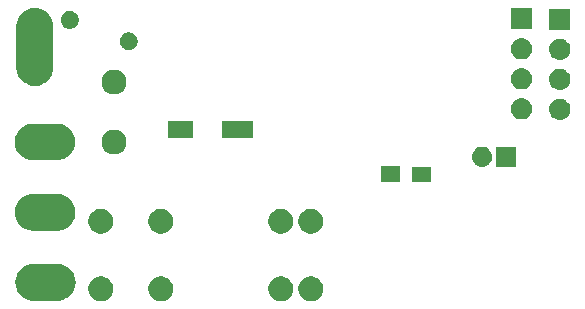
<source format=gbr>
G04 #@! TF.GenerationSoftware,KiCad,Pcbnew,(5.0.2)-1*
G04 #@! TF.CreationDate,2019-05-25T20:09:21+08:00*
G04 #@! TF.ProjectId,2RELAY,3252454c-4159-42e6-9b69-6361645f7063,rev?*
G04 #@! TF.SameCoordinates,Original*
G04 #@! TF.FileFunction,Soldermask,Bot*
G04 #@! TF.FilePolarity,Negative*
%FSLAX46Y46*%
G04 Gerber Fmt 4.6, Leading zero omitted, Abs format (unit mm)*
G04 Created by KiCad (PCBNEW (5.0.2)-1) date 2019-05-25 20:09:21*
%MOMM*%
%LPD*%
G01*
G04 APERTURE LIST*
%ADD10C,0.100000*%
G04 APERTURE END LIST*
D10*
G36*
X143590505Y-122915989D02*
X143781774Y-122995215D01*
X143953916Y-123110237D01*
X144100303Y-123256624D01*
X144215325Y-123428766D01*
X144294551Y-123620035D01*
X144334940Y-123823084D01*
X144334940Y-124030116D01*
X144294551Y-124233165D01*
X144215325Y-124424434D01*
X144100303Y-124596576D01*
X143953916Y-124742963D01*
X143781774Y-124857985D01*
X143590505Y-124937211D01*
X143387456Y-124977600D01*
X143180424Y-124977600D01*
X142977375Y-124937211D01*
X142786106Y-124857985D01*
X142613964Y-124742963D01*
X142467577Y-124596576D01*
X142352555Y-124424434D01*
X142273329Y-124233165D01*
X142232940Y-124030116D01*
X142232940Y-123823084D01*
X142273329Y-123620035D01*
X142352555Y-123428766D01*
X142467577Y-123256624D01*
X142613964Y-123110237D01*
X142786106Y-122995215D01*
X142977375Y-122915989D01*
X143180424Y-122875600D01*
X143387456Y-122875600D01*
X143590505Y-122915989D01*
X143590505Y-122915989D01*
G37*
G36*
X138510505Y-122915989D02*
X138701774Y-122995215D01*
X138873916Y-123110237D01*
X139020303Y-123256624D01*
X139135325Y-123428766D01*
X139214551Y-123620035D01*
X139254940Y-123823084D01*
X139254940Y-124030116D01*
X139214551Y-124233165D01*
X139135325Y-124424434D01*
X139020303Y-124596576D01*
X138873916Y-124742963D01*
X138701774Y-124857985D01*
X138510505Y-124937211D01*
X138307456Y-124977600D01*
X138100424Y-124977600D01*
X137897375Y-124937211D01*
X137706106Y-124857985D01*
X137533964Y-124742963D01*
X137387577Y-124596576D01*
X137272555Y-124424434D01*
X137193329Y-124233165D01*
X137152940Y-124030116D01*
X137152940Y-123823084D01*
X137193329Y-123620035D01*
X137272555Y-123428766D01*
X137387577Y-123256624D01*
X137533964Y-123110237D01*
X137706106Y-122995215D01*
X137897375Y-122915989D01*
X138100424Y-122875600D01*
X138307456Y-122875600D01*
X138510505Y-122915989D01*
X138510505Y-122915989D01*
G37*
G36*
X156290505Y-122915989D02*
X156481774Y-122995215D01*
X156653916Y-123110237D01*
X156800303Y-123256624D01*
X156915325Y-123428766D01*
X156994551Y-123620035D01*
X157034940Y-123823084D01*
X157034940Y-124030116D01*
X156994551Y-124233165D01*
X156915325Y-124424434D01*
X156800303Y-124596576D01*
X156653916Y-124742963D01*
X156481774Y-124857985D01*
X156290505Y-124937211D01*
X156087456Y-124977600D01*
X155880424Y-124977600D01*
X155677375Y-124937211D01*
X155486106Y-124857985D01*
X155313964Y-124742963D01*
X155167577Y-124596576D01*
X155052555Y-124424434D01*
X154973329Y-124233165D01*
X154932940Y-124030116D01*
X154932940Y-123823084D01*
X154973329Y-123620035D01*
X155052555Y-123428766D01*
X155167577Y-123256624D01*
X155313964Y-123110237D01*
X155486106Y-122995215D01*
X155677375Y-122915989D01*
X155880424Y-122875600D01*
X156087456Y-122875600D01*
X156290505Y-122915989D01*
X156290505Y-122915989D01*
G37*
G36*
X153750505Y-122915989D02*
X153941774Y-122995215D01*
X154113916Y-123110237D01*
X154260303Y-123256624D01*
X154375325Y-123428766D01*
X154454551Y-123620035D01*
X154494940Y-123823084D01*
X154494940Y-124030116D01*
X154454551Y-124233165D01*
X154375325Y-124424434D01*
X154260303Y-124596576D01*
X154113916Y-124742963D01*
X153941774Y-124857985D01*
X153750505Y-124937211D01*
X153547456Y-124977600D01*
X153340424Y-124977600D01*
X153137375Y-124937211D01*
X152946106Y-124857985D01*
X152773964Y-124742963D01*
X152627577Y-124596576D01*
X152512555Y-124424434D01*
X152433329Y-124233165D01*
X152392940Y-124030116D01*
X152392940Y-123823084D01*
X152433329Y-123620035D01*
X152512555Y-123428766D01*
X152627577Y-123256624D01*
X152773964Y-123110237D01*
X152946106Y-122995215D01*
X153137375Y-122915989D01*
X153340424Y-122875600D01*
X153547456Y-122875600D01*
X153750505Y-122915989D01*
X153750505Y-122915989D01*
G37*
G36*
X134672323Y-121854761D02*
X134824229Y-121869722D01*
X135019139Y-121928847D01*
X135116595Y-121958410D01*
X135214870Y-122010940D01*
X135386038Y-122102431D01*
X135622209Y-122296251D01*
X135816029Y-122532422D01*
X135907520Y-122703590D01*
X135960050Y-122801865D01*
X135960050Y-122801866D01*
X136048738Y-123094231D01*
X136078684Y-123398280D01*
X136048738Y-123702329D01*
X136012107Y-123823084D01*
X135960050Y-123994695D01*
X135941118Y-124030114D01*
X135816029Y-124264138D01*
X135622209Y-124500309D01*
X135386038Y-124694129D01*
X135294672Y-124742965D01*
X135116595Y-124838150D01*
X135051210Y-124857984D01*
X134824229Y-124926838D01*
X134718909Y-124937211D01*
X134596371Y-124949280D01*
X132443989Y-124949280D01*
X132321451Y-124937211D01*
X132216131Y-124926838D01*
X131989150Y-124857984D01*
X131923765Y-124838150D01*
X131745688Y-124742965D01*
X131654322Y-124694129D01*
X131418151Y-124500309D01*
X131224331Y-124264138D01*
X131099242Y-124030114D01*
X131080310Y-123994695D01*
X131028253Y-123823084D01*
X130991622Y-123702329D01*
X130961676Y-123398280D01*
X130991622Y-123094231D01*
X131080310Y-122801866D01*
X131080310Y-122801865D01*
X131132840Y-122703590D01*
X131224331Y-122532422D01*
X131418151Y-122296251D01*
X131654322Y-122102431D01*
X131825490Y-122010940D01*
X131923765Y-121958410D01*
X132021221Y-121928847D01*
X132216131Y-121869722D01*
X132368037Y-121854761D01*
X132443989Y-121847280D01*
X134596371Y-121847280D01*
X134672323Y-121854761D01*
X134672323Y-121854761D01*
G37*
G36*
X153746845Y-117210029D02*
X153938114Y-117289255D01*
X154110256Y-117404277D01*
X154256643Y-117550664D01*
X154371665Y-117722806D01*
X154450891Y-117914075D01*
X154491280Y-118117124D01*
X154491280Y-118324156D01*
X154450891Y-118527205D01*
X154371665Y-118718474D01*
X154256643Y-118890616D01*
X154110256Y-119037003D01*
X153938114Y-119152025D01*
X153746845Y-119231251D01*
X153543796Y-119271640D01*
X153336764Y-119271640D01*
X153133715Y-119231251D01*
X152942446Y-119152025D01*
X152770304Y-119037003D01*
X152623917Y-118890616D01*
X152508895Y-118718474D01*
X152429669Y-118527205D01*
X152389280Y-118324156D01*
X152389280Y-118117124D01*
X152429669Y-117914075D01*
X152508895Y-117722806D01*
X152623917Y-117550664D01*
X152770304Y-117404277D01*
X152942446Y-117289255D01*
X153133715Y-117210029D01*
X153336764Y-117169640D01*
X153543796Y-117169640D01*
X153746845Y-117210029D01*
X153746845Y-117210029D01*
G37*
G36*
X156286845Y-117210029D02*
X156478114Y-117289255D01*
X156650256Y-117404277D01*
X156796643Y-117550664D01*
X156911665Y-117722806D01*
X156990891Y-117914075D01*
X157031280Y-118117124D01*
X157031280Y-118324156D01*
X156990891Y-118527205D01*
X156911665Y-118718474D01*
X156796643Y-118890616D01*
X156650256Y-119037003D01*
X156478114Y-119152025D01*
X156286845Y-119231251D01*
X156083796Y-119271640D01*
X155876764Y-119271640D01*
X155673715Y-119231251D01*
X155482446Y-119152025D01*
X155310304Y-119037003D01*
X155163917Y-118890616D01*
X155048895Y-118718474D01*
X154969669Y-118527205D01*
X154929280Y-118324156D01*
X154929280Y-118117124D01*
X154969669Y-117914075D01*
X155048895Y-117722806D01*
X155163917Y-117550664D01*
X155310304Y-117404277D01*
X155482446Y-117289255D01*
X155673715Y-117210029D01*
X155876764Y-117169640D01*
X156083796Y-117169640D01*
X156286845Y-117210029D01*
X156286845Y-117210029D01*
G37*
G36*
X143586845Y-117210029D02*
X143778114Y-117289255D01*
X143950256Y-117404277D01*
X144096643Y-117550664D01*
X144211665Y-117722806D01*
X144290891Y-117914075D01*
X144331280Y-118117124D01*
X144331280Y-118324156D01*
X144290891Y-118527205D01*
X144211665Y-118718474D01*
X144096643Y-118890616D01*
X143950256Y-119037003D01*
X143778114Y-119152025D01*
X143586845Y-119231251D01*
X143383796Y-119271640D01*
X143176764Y-119271640D01*
X142973715Y-119231251D01*
X142782446Y-119152025D01*
X142610304Y-119037003D01*
X142463917Y-118890616D01*
X142348895Y-118718474D01*
X142269669Y-118527205D01*
X142229280Y-118324156D01*
X142229280Y-118117124D01*
X142269669Y-117914075D01*
X142348895Y-117722806D01*
X142463917Y-117550664D01*
X142610304Y-117404277D01*
X142782446Y-117289255D01*
X142973715Y-117210029D01*
X143176764Y-117169640D01*
X143383796Y-117169640D01*
X143586845Y-117210029D01*
X143586845Y-117210029D01*
G37*
G36*
X138506845Y-117210029D02*
X138698114Y-117289255D01*
X138870256Y-117404277D01*
X139016643Y-117550664D01*
X139131665Y-117722806D01*
X139210891Y-117914075D01*
X139251280Y-118117124D01*
X139251280Y-118324156D01*
X139210891Y-118527205D01*
X139131665Y-118718474D01*
X139016643Y-118890616D01*
X138870256Y-119037003D01*
X138698114Y-119152025D01*
X138506845Y-119231251D01*
X138303796Y-119271640D01*
X138096764Y-119271640D01*
X137893715Y-119231251D01*
X137702446Y-119152025D01*
X137530304Y-119037003D01*
X137383917Y-118890616D01*
X137268895Y-118718474D01*
X137189669Y-118527205D01*
X137149280Y-118324156D01*
X137149280Y-118117124D01*
X137189669Y-117914075D01*
X137268895Y-117722806D01*
X137383917Y-117550664D01*
X137530304Y-117404277D01*
X137702446Y-117289255D01*
X137893715Y-117210029D01*
X138096764Y-117169640D01*
X138303796Y-117169640D01*
X138506845Y-117210029D01*
X138506845Y-117210029D01*
G37*
G36*
X134659623Y-115931481D02*
X134811529Y-115946442D01*
X135006439Y-116005567D01*
X135103895Y-116035130D01*
X135202170Y-116087660D01*
X135373338Y-116179151D01*
X135609509Y-116372971D01*
X135803329Y-116609142D01*
X135894820Y-116780310D01*
X135947350Y-116878585D01*
X135947350Y-116878586D01*
X136036038Y-117170951D01*
X136065984Y-117475000D01*
X136036038Y-117779049D01*
X135995078Y-117914075D01*
X135947350Y-118071415D01*
X135894820Y-118169690D01*
X135803329Y-118340858D01*
X135609509Y-118577029D01*
X135373338Y-118770849D01*
X135202170Y-118862340D01*
X135103895Y-118914870D01*
X135006439Y-118944433D01*
X134811529Y-119003558D01*
X134659623Y-119018519D01*
X134583671Y-119026000D01*
X132431289Y-119026000D01*
X132355337Y-119018519D01*
X132203431Y-119003558D01*
X132008521Y-118944433D01*
X131911065Y-118914870D01*
X131812790Y-118862340D01*
X131641622Y-118770849D01*
X131405451Y-118577029D01*
X131211631Y-118340858D01*
X131120140Y-118169690D01*
X131067610Y-118071415D01*
X131019882Y-117914075D01*
X130978922Y-117779049D01*
X130948976Y-117475000D01*
X130978922Y-117170951D01*
X131067610Y-116878586D01*
X131067610Y-116878585D01*
X131120140Y-116780310D01*
X131211631Y-116609142D01*
X131405451Y-116372971D01*
X131641622Y-116179151D01*
X131812790Y-116087660D01*
X131911065Y-116035130D01*
X132008521Y-116005567D01*
X132203431Y-115946442D01*
X132355337Y-115931481D01*
X132431289Y-115924000D01*
X134583671Y-115924000D01*
X134659623Y-115931481D01*
X134659623Y-115931481D01*
G37*
G36*
X166132420Y-114898740D02*
X164530420Y-114898740D01*
X164530420Y-113596740D01*
X166132420Y-113596740D01*
X166132420Y-114898740D01*
X166132420Y-114898740D01*
G37*
G36*
X163506060Y-114875880D02*
X161904060Y-114875880D01*
X161904060Y-113573880D01*
X163506060Y-113573880D01*
X163506060Y-114875880D01*
X163506060Y-114875880D01*
G37*
G36*
X170660761Y-111919533D02*
X170660764Y-111919534D01*
X170660765Y-111919534D01*
X170821179Y-111968195D01*
X170821181Y-111968196D01*
X170821184Y-111968197D01*
X170969018Y-112047215D01*
X171098599Y-112153561D01*
X171204945Y-112283142D01*
X171283963Y-112430976D01*
X171283964Y-112430979D01*
X171283965Y-112430981D01*
X171312252Y-112524231D01*
X171332627Y-112591399D01*
X171349057Y-112758220D01*
X171332627Y-112925041D01*
X171332626Y-112925044D01*
X171332626Y-112925045D01*
X171301226Y-113028558D01*
X171283963Y-113085464D01*
X171204945Y-113233298D01*
X171098599Y-113362879D01*
X170969018Y-113469225D01*
X170821184Y-113548243D01*
X170821181Y-113548244D01*
X170821179Y-113548245D01*
X170660765Y-113596906D01*
X170660764Y-113596906D01*
X170660761Y-113596907D01*
X170535744Y-113609220D01*
X170452136Y-113609220D01*
X170327119Y-113596907D01*
X170327116Y-113596906D01*
X170327115Y-113596906D01*
X170166701Y-113548245D01*
X170166699Y-113548244D01*
X170166696Y-113548243D01*
X170018862Y-113469225D01*
X169889281Y-113362879D01*
X169782935Y-113233298D01*
X169703917Y-113085464D01*
X169686655Y-113028558D01*
X169655254Y-112925045D01*
X169655254Y-112925044D01*
X169655253Y-112925041D01*
X169638823Y-112758220D01*
X169655253Y-112591399D01*
X169675628Y-112524231D01*
X169703915Y-112430981D01*
X169703916Y-112430979D01*
X169703917Y-112430976D01*
X169782935Y-112283142D01*
X169889281Y-112153561D01*
X170018862Y-112047215D01*
X170166696Y-111968197D01*
X170166699Y-111968196D01*
X170166701Y-111968195D01*
X170327115Y-111919534D01*
X170327116Y-111919534D01*
X170327119Y-111919533D01*
X170452136Y-111907220D01*
X170535744Y-111907220D01*
X170660761Y-111919533D01*
X170660761Y-111919533D01*
G37*
G36*
X173344940Y-113609220D02*
X171642940Y-113609220D01*
X171642940Y-111907220D01*
X173344940Y-111907220D01*
X173344940Y-113609220D01*
X173344940Y-113609220D01*
G37*
G36*
X134616443Y-109956481D02*
X134768349Y-109971442D01*
X134963259Y-110030567D01*
X135060715Y-110060130D01*
X135158990Y-110112660D01*
X135330158Y-110204151D01*
X135566329Y-110397971D01*
X135760149Y-110634142D01*
X135851640Y-110805310D01*
X135904170Y-110903585D01*
X135904170Y-110903586D01*
X135992858Y-111195951D01*
X136022804Y-111500000D01*
X135992858Y-111804049D01*
X135987963Y-111820185D01*
X135904170Y-112096415D01*
X135873624Y-112153561D01*
X135760149Y-112365858D01*
X135566329Y-112602029D01*
X135330158Y-112795849D01*
X135158990Y-112887340D01*
X135060715Y-112939870D01*
X134963259Y-112969433D01*
X134768349Y-113028558D01*
X134616443Y-113043519D01*
X134540491Y-113051000D01*
X132388109Y-113051000D01*
X132312157Y-113043519D01*
X132160251Y-113028558D01*
X131965341Y-112969433D01*
X131867885Y-112939870D01*
X131769610Y-112887340D01*
X131598442Y-112795849D01*
X131362271Y-112602029D01*
X131168451Y-112365858D01*
X131054976Y-112153561D01*
X131024430Y-112096415D01*
X130940637Y-111820185D01*
X130935742Y-111804049D01*
X130905796Y-111500000D01*
X130935742Y-111195951D01*
X131024430Y-110903586D01*
X131024430Y-110903585D01*
X131076960Y-110805310D01*
X131168451Y-110634142D01*
X131362271Y-110397971D01*
X131598442Y-110204151D01*
X131769610Y-110112660D01*
X131867885Y-110060130D01*
X131965341Y-110030567D01*
X132160251Y-109971442D01*
X132312157Y-109956481D01*
X132388109Y-109949000D01*
X134540491Y-109949000D01*
X134616443Y-109956481D01*
X134616443Y-109956481D01*
G37*
G36*
X139630805Y-110503009D02*
X139822074Y-110582235D01*
X139994216Y-110697257D01*
X140140603Y-110843644D01*
X140255625Y-111015786D01*
X140334851Y-111207055D01*
X140375240Y-111410104D01*
X140375240Y-111617136D01*
X140334851Y-111820185D01*
X140255625Y-112011454D01*
X140140603Y-112183596D01*
X139994216Y-112329983D01*
X139822074Y-112445005D01*
X139630805Y-112524231D01*
X139427756Y-112564620D01*
X139220724Y-112564620D01*
X139017675Y-112524231D01*
X138826406Y-112445005D01*
X138654264Y-112329983D01*
X138507877Y-112183596D01*
X138392855Y-112011454D01*
X138313629Y-111820185D01*
X138273240Y-111617136D01*
X138273240Y-111410104D01*
X138313629Y-111207055D01*
X138392855Y-111015786D01*
X138507877Y-110843644D01*
X138654264Y-110697257D01*
X138826406Y-110582235D01*
X139017675Y-110503009D01*
X139220724Y-110462620D01*
X139427756Y-110462620D01*
X139630805Y-110503009D01*
X139630805Y-110503009D01*
G37*
G36*
X151107660Y-111207980D02*
X148505660Y-111207980D01*
X148505660Y-109705980D01*
X151107660Y-109705980D01*
X151107660Y-111207980D01*
X151107660Y-111207980D01*
G37*
G36*
X146002660Y-111207980D02*
X143900660Y-111207980D01*
X143900660Y-109705980D01*
X146002660Y-109705980D01*
X146002660Y-111207980D01*
X146002660Y-111207980D01*
G37*
G36*
X177178922Y-107853078D02*
X177245107Y-107859597D01*
X177358333Y-107893944D01*
X177414947Y-107911117D01*
X177481182Y-107946521D01*
X177571471Y-107994782D01*
X177607209Y-108024112D01*
X177708666Y-108107374D01*
X177791928Y-108208831D01*
X177821258Y-108244569D01*
X177821259Y-108244571D01*
X177904923Y-108401093D01*
X177904923Y-108401094D01*
X177956443Y-108570933D01*
X177973839Y-108747560D01*
X177956443Y-108924187D01*
X177922096Y-109037413D01*
X177904923Y-109094027D01*
X177847055Y-109202289D01*
X177821258Y-109250551D01*
X177791928Y-109286289D01*
X177708666Y-109387746D01*
X177607209Y-109471008D01*
X177571471Y-109500338D01*
X177571469Y-109500339D01*
X177414947Y-109584003D01*
X177361222Y-109600300D01*
X177245107Y-109635523D01*
X177178922Y-109642042D01*
X177112740Y-109648560D01*
X177024220Y-109648560D01*
X176958038Y-109642042D01*
X176891853Y-109635523D01*
X176775738Y-109600300D01*
X176722013Y-109584003D01*
X176565491Y-109500339D01*
X176565489Y-109500338D01*
X176529751Y-109471008D01*
X176428294Y-109387746D01*
X176345032Y-109286289D01*
X176315702Y-109250551D01*
X176289905Y-109202289D01*
X176232037Y-109094027D01*
X176214864Y-109037413D01*
X176180517Y-108924187D01*
X176163121Y-108747560D01*
X176180517Y-108570933D01*
X176232037Y-108401094D01*
X176232037Y-108401093D01*
X176315701Y-108244571D01*
X176315702Y-108244569D01*
X176345032Y-108208831D01*
X176428294Y-108107374D01*
X176529751Y-108024112D01*
X176565489Y-107994782D01*
X176655778Y-107946521D01*
X176722013Y-107911117D01*
X176778627Y-107893944D01*
X176891853Y-107859597D01*
X176958038Y-107853078D01*
X177024220Y-107846560D01*
X177112740Y-107846560D01*
X177178922Y-107853078D01*
X177178922Y-107853078D01*
G37*
G36*
X173940422Y-107804818D02*
X174006607Y-107811337D01*
X174119833Y-107845684D01*
X174176447Y-107862857D01*
X174315067Y-107936952D01*
X174332971Y-107946522D01*
X174368709Y-107975852D01*
X174470166Y-108059114D01*
X174553428Y-108160571D01*
X174582758Y-108196309D01*
X174582759Y-108196311D01*
X174666423Y-108352833D01*
X174683596Y-108409447D01*
X174717943Y-108522673D01*
X174735339Y-108699300D01*
X174717943Y-108875927D01*
X174683596Y-108989153D01*
X174666423Y-109045767D01*
X174640627Y-109094027D01*
X174582758Y-109202291D01*
X174553428Y-109238029D01*
X174470166Y-109339486D01*
X174368709Y-109422748D01*
X174332971Y-109452078D01*
X174332969Y-109452079D01*
X174176447Y-109535743D01*
X174119833Y-109552916D01*
X174006607Y-109587263D01*
X173940422Y-109593782D01*
X173874240Y-109600300D01*
X173785720Y-109600300D01*
X173719538Y-109593782D01*
X173653353Y-109587263D01*
X173540127Y-109552916D01*
X173483513Y-109535743D01*
X173326991Y-109452079D01*
X173326989Y-109452078D01*
X173291251Y-109422748D01*
X173189794Y-109339486D01*
X173106532Y-109238029D01*
X173077202Y-109202291D01*
X173019333Y-109094027D01*
X172993537Y-109045767D01*
X172976364Y-108989153D01*
X172942017Y-108875927D01*
X172924621Y-108699300D01*
X172942017Y-108522673D01*
X172976364Y-108409447D01*
X172993537Y-108352833D01*
X173077201Y-108196311D01*
X173077202Y-108196309D01*
X173106532Y-108160571D01*
X173189794Y-108059114D01*
X173291251Y-107975852D01*
X173326989Y-107946522D01*
X173344893Y-107936952D01*
X173483513Y-107862857D01*
X173540127Y-107845684D01*
X173653353Y-107811337D01*
X173719538Y-107804818D01*
X173785720Y-107798300D01*
X173874240Y-107798300D01*
X173940422Y-107804818D01*
X173940422Y-107804818D01*
G37*
G36*
X139640805Y-105423009D02*
X139832074Y-105502235D01*
X140004216Y-105617257D01*
X140150603Y-105763644D01*
X140265625Y-105935786D01*
X140344851Y-106127055D01*
X140385240Y-106330104D01*
X140385240Y-106537136D01*
X140344851Y-106740185D01*
X140265625Y-106931454D01*
X140150603Y-107103596D01*
X140004216Y-107249983D01*
X139832074Y-107365005D01*
X139640805Y-107444231D01*
X139437756Y-107484620D01*
X139230724Y-107484620D01*
X139027675Y-107444231D01*
X138836406Y-107365005D01*
X138664264Y-107249983D01*
X138517877Y-107103596D01*
X138402855Y-106931454D01*
X138323629Y-106740185D01*
X138283240Y-106537136D01*
X138283240Y-106330104D01*
X138323629Y-106127055D01*
X138402855Y-105935786D01*
X138517877Y-105763644D01*
X138664264Y-105617257D01*
X138836406Y-105502235D01*
X139027675Y-105423009D01*
X139230724Y-105382620D01*
X139437756Y-105382620D01*
X139640805Y-105423009D01*
X139640805Y-105423009D01*
G37*
G36*
X177178922Y-105313078D02*
X177245107Y-105319597D01*
X177358333Y-105353944D01*
X177414947Y-105371117D01*
X177553567Y-105445212D01*
X177571471Y-105454782D01*
X177607209Y-105484112D01*
X177708666Y-105567374D01*
X177791928Y-105668831D01*
X177821258Y-105704569D01*
X177821259Y-105704571D01*
X177904923Y-105861093D01*
X177904923Y-105861094D01*
X177956443Y-106030933D01*
X177973839Y-106207560D01*
X177956443Y-106384187D01*
X177922096Y-106497413D01*
X177904923Y-106554027D01*
X177858151Y-106641530D01*
X177821258Y-106710551D01*
X177796938Y-106740185D01*
X177708666Y-106847746D01*
X177607209Y-106931008D01*
X177571471Y-106960338D01*
X177571469Y-106960339D01*
X177414947Y-107044003D01*
X177361222Y-107060300D01*
X177245107Y-107095523D01*
X177178922Y-107102042D01*
X177112740Y-107108560D01*
X177024220Y-107108560D01*
X176958038Y-107102042D01*
X176891853Y-107095523D01*
X176775738Y-107060300D01*
X176722013Y-107044003D01*
X176565491Y-106960339D01*
X176565489Y-106960338D01*
X176529751Y-106931008D01*
X176428294Y-106847746D01*
X176340022Y-106740185D01*
X176315702Y-106710551D01*
X176278809Y-106641530D01*
X176232037Y-106554027D01*
X176214864Y-106497413D01*
X176180517Y-106384187D01*
X176163121Y-106207560D01*
X176180517Y-106030933D01*
X176232037Y-105861094D01*
X176232037Y-105861093D01*
X176315701Y-105704571D01*
X176315702Y-105704569D01*
X176345032Y-105668831D01*
X176428294Y-105567374D01*
X176529751Y-105484112D01*
X176565489Y-105454782D01*
X176583393Y-105445212D01*
X176722013Y-105371117D01*
X176778627Y-105353944D01*
X176891853Y-105319597D01*
X176958038Y-105313078D01*
X177024220Y-105306560D01*
X177112740Y-105306560D01*
X177178922Y-105313078D01*
X177178922Y-105313078D01*
G37*
G36*
X173940422Y-105264818D02*
X174006607Y-105271337D01*
X174119833Y-105305684D01*
X174176447Y-105322857D01*
X174288254Y-105382620D01*
X174332971Y-105406522D01*
X174368709Y-105435852D01*
X174470166Y-105519114D01*
X174550707Y-105617255D01*
X174582758Y-105656309D01*
X174582759Y-105656311D01*
X174666423Y-105812833D01*
X174683596Y-105869447D01*
X174717943Y-105982673D01*
X174735339Y-106159300D01*
X174717943Y-106335927D01*
X174683596Y-106449153D01*
X174666423Y-106505767D01*
X174640627Y-106554027D01*
X174582758Y-106662291D01*
X174553428Y-106698029D01*
X174470166Y-106799486D01*
X174368709Y-106882748D01*
X174332971Y-106912078D01*
X174332969Y-106912079D01*
X174176447Y-106995743D01*
X174119833Y-107012916D01*
X174006607Y-107047263D01*
X173940423Y-107053781D01*
X173874240Y-107060300D01*
X173785720Y-107060300D01*
X173719537Y-107053781D01*
X173653353Y-107047263D01*
X173540127Y-107012916D01*
X173483513Y-106995743D01*
X173326991Y-106912079D01*
X173326989Y-106912078D01*
X173291251Y-106882748D01*
X173189794Y-106799486D01*
X173106532Y-106698029D01*
X173077202Y-106662291D01*
X173019333Y-106554027D01*
X172993537Y-106505767D01*
X172976364Y-106449153D01*
X172942017Y-106335927D01*
X172924621Y-106159300D01*
X172942017Y-105982673D01*
X172976364Y-105869447D01*
X172993537Y-105812833D01*
X173077201Y-105656311D01*
X173077202Y-105656309D01*
X173109253Y-105617255D01*
X173189794Y-105519114D01*
X173291251Y-105435852D01*
X173326989Y-105406522D01*
X173371706Y-105382620D01*
X173483513Y-105322857D01*
X173540127Y-105305684D01*
X173653353Y-105271337D01*
X173719537Y-105264819D01*
X173785720Y-105258300D01*
X173874240Y-105258300D01*
X173940422Y-105264818D01*
X173940422Y-105264818D01*
G37*
G36*
X132922528Y-100173102D02*
X133098755Y-100226560D01*
X133214894Y-100261790D01*
X133349615Y-100333801D01*
X133484337Y-100405811D01*
X133720509Y-100599631D01*
X133720510Y-100599633D01*
X133720512Y-100599634D01*
X133836801Y-100741334D01*
X133914329Y-100835802D01*
X134005820Y-101006970D01*
X134058350Y-101105245D01*
X134087913Y-101202701D01*
X134147038Y-101397611D01*
X134169480Y-101625470D01*
X134169480Y-105277850D01*
X134147038Y-105505709D01*
X134113201Y-105617255D01*
X134058350Y-105798075D01*
X134050461Y-105812834D01*
X133914329Y-106067518D01*
X133720509Y-106303689D01*
X133484338Y-106497509D01*
X133378602Y-106554026D01*
X133214895Y-106641530D01*
X133146461Y-106662289D01*
X132922529Y-106730218D01*
X132618480Y-106760164D01*
X132314432Y-106730218D01*
X132090500Y-106662289D01*
X132022066Y-106641530D01*
X131858359Y-106554026D01*
X131752623Y-106497509D01*
X131516452Y-106303689D01*
X131322632Y-106067518D01*
X131186500Y-105812834D01*
X131178611Y-105798075D01*
X131123760Y-105617255D01*
X131089923Y-105505709D01*
X131067481Y-105277850D01*
X131067480Y-101625471D01*
X131089922Y-101397612D01*
X131178610Y-101105247D01*
X131178610Y-101105246D01*
X131258876Y-100955081D01*
X131322631Y-100835803D01*
X131516451Y-100599631D01*
X131516453Y-100599630D01*
X131516454Y-100599628D01*
X131658154Y-100483339D01*
X131752622Y-100405811D01*
X131923790Y-100314320D01*
X132022065Y-100261790D01*
X132138204Y-100226560D01*
X132314431Y-100173102D01*
X132618480Y-100143156D01*
X132922528Y-100173102D01*
X132922528Y-100173102D01*
G37*
G36*
X177178922Y-102773078D02*
X177245107Y-102779597D01*
X177358333Y-102813944D01*
X177414947Y-102831117D01*
X177481182Y-102866521D01*
X177571471Y-102914782D01*
X177607209Y-102944112D01*
X177708666Y-103027374D01*
X177791928Y-103128831D01*
X177821258Y-103164569D01*
X177821259Y-103164571D01*
X177904923Y-103321093D01*
X177904923Y-103321094D01*
X177956443Y-103490933D01*
X177973839Y-103667560D01*
X177956443Y-103844187D01*
X177922096Y-103957413D01*
X177904923Y-104014027D01*
X177847055Y-104122289D01*
X177821258Y-104170551D01*
X177791928Y-104206289D01*
X177708666Y-104307746D01*
X177607209Y-104391008D01*
X177571471Y-104420338D01*
X177571469Y-104420339D01*
X177414947Y-104504003D01*
X177361222Y-104520300D01*
X177245107Y-104555523D01*
X177178922Y-104562042D01*
X177112740Y-104568560D01*
X177024220Y-104568560D01*
X176958038Y-104562042D01*
X176891853Y-104555523D01*
X176775738Y-104520300D01*
X176722013Y-104504003D01*
X176565491Y-104420339D01*
X176565489Y-104420338D01*
X176529751Y-104391008D01*
X176428294Y-104307746D01*
X176345032Y-104206289D01*
X176315702Y-104170551D01*
X176289905Y-104122289D01*
X176232037Y-104014027D01*
X176214864Y-103957413D01*
X176180517Y-103844187D01*
X176163121Y-103667560D01*
X176180517Y-103490933D01*
X176232037Y-103321094D01*
X176232037Y-103321093D01*
X176315701Y-103164571D01*
X176315702Y-103164569D01*
X176345032Y-103128831D01*
X176428294Y-103027374D01*
X176529751Y-102944112D01*
X176565489Y-102914782D01*
X176655778Y-102866521D01*
X176722013Y-102831117D01*
X176778627Y-102813944D01*
X176891853Y-102779597D01*
X176958037Y-102773079D01*
X177024220Y-102766560D01*
X177112740Y-102766560D01*
X177178922Y-102773078D01*
X177178922Y-102773078D01*
G37*
G36*
X173940422Y-102724818D02*
X174006607Y-102731337D01*
X174119833Y-102765684D01*
X174176447Y-102782857D01*
X174315067Y-102856952D01*
X174332971Y-102866522D01*
X174368709Y-102895852D01*
X174470166Y-102979114D01*
X174553428Y-103080571D01*
X174582758Y-103116309D01*
X174582759Y-103116311D01*
X174666423Y-103272833D01*
X174683596Y-103329447D01*
X174717943Y-103442673D01*
X174735339Y-103619300D01*
X174717943Y-103795927D01*
X174683596Y-103909153D01*
X174666423Y-103965767D01*
X174640627Y-104014027D01*
X174582758Y-104122291D01*
X174553428Y-104158029D01*
X174470166Y-104259486D01*
X174368709Y-104342748D01*
X174332971Y-104372078D01*
X174332969Y-104372079D01*
X174176447Y-104455743D01*
X174119833Y-104472916D01*
X174006607Y-104507263D01*
X173940422Y-104513782D01*
X173874240Y-104520300D01*
X173785720Y-104520300D01*
X173719538Y-104513782D01*
X173653353Y-104507263D01*
X173540127Y-104472916D01*
X173483513Y-104455743D01*
X173326991Y-104372079D01*
X173326989Y-104372078D01*
X173291251Y-104342748D01*
X173189794Y-104259486D01*
X173106532Y-104158029D01*
X173077202Y-104122291D01*
X173019333Y-104014027D01*
X172993537Y-103965767D01*
X172976364Y-103909153D01*
X172942017Y-103795927D01*
X172924621Y-103619300D01*
X172942017Y-103442673D01*
X172976364Y-103329447D01*
X172993537Y-103272833D01*
X173077201Y-103116311D01*
X173077202Y-103116309D01*
X173106532Y-103080571D01*
X173189794Y-102979114D01*
X173291251Y-102895852D01*
X173326989Y-102866522D01*
X173344893Y-102856952D01*
X173483513Y-102782857D01*
X173540127Y-102765684D01*
X173653353Y-102731337D01*
X173719538Y-102724818D01*
X173785720Y-102718300D01*
X173874240Y-102718300D01*
X173940422Y-102724818D01*
X173940422Y-102724818D01*
G37*
G36*
X140705764Y-102234684D02*
X140792819Y-102252000D01*
X140929492Y-102308612D01*
X140929493Y-102308613D01*
X141052498Y-102390802D01*
X141157098Y-102495402D01*
X141157100Y-102495405D01*
X141239288Y-102618408D01*
X141295900Y-102755081D01*
X141311024Y-102831117D01*
X141318067Y-102866521D01*
X141324760Y-102900173D01*
X141324760Y-103048107D01*
X141295900Y-103193199D01*
X141239288Y-103329872D01*
X141239287Y-103329873D01*
X141157098Y-103452878D01*
X141052498Y-103557478D01*
X141052495Y-103557480D01*
X140929492Y-103639668D01*
X140792819Y-103696280D01*
X140705764Y-103713596D01*
X140647729Y-103725140D01*
X140499791Y-103725140D01*
X140441756Y-103713596D01*
X140354701Y-103696280D01*
X140218028Y-103639668D01*
X140095025Y-103557480D01*
X140095022Y-103557478D01*
X139990422Y-103452878D01*
X139908233Y-103329873D01*
X139908232Y-103329872D01*
X139851620Y-103193199D01*
X139822760Y-103048107D01*
X139822760Y-102900173D01*
X139829454Y-102866521D01*
X139836496Y-102831117D01*
X139851620Y-102755081D01*
X139908232Y-102618408D01*
X139990420Y-102495405D01*
X139990422Y-102495402D01*
X140095022Y-102390802D01*
X140218027Y-102308613D01*
X140218028Y-102308612D01*
X140354701Y-102252000D01*
X140441756Y-102234684D01*
X140499791Y-102223140D01*
X140647729Y-102223140D01*
X140705764Y-102234684D01*
X140705764Y-102234684D01*
G37*
G36*
X177969480Y-102028560D02*
X176167480Y-102028560D01*
X176167480Y-100226560D01*
X177969480Y-100226560D01*
X177969480Y-102028560D01*
X177969480Y-102028560D01*
G37*
G36*
X174730980Y-101980300D02*
X172928980Y-101980300D01*
X172928980Y-100178300D01*
X174730980Y-100178300D01*
X174730980Y-101980300D01*
X174730980Y-101980300D01*
G37*
G36*
X135705764Y-100434684D02*
X135792819Y-100452000D01*
X135929492Y-100508612D01*
X135929493Y-100508613D01*
X136052498Y-100590802D01*
X136157098Y-100695402D01*
X136157100Y-100695405D01*
X136239288Y-100818408D01*
X136295900Y-100955081D01*
X136324760Y-101100173D01*
X136324760Y-101248107D01*
X136295900Y-101393199D01*
X136239288Y-101529872D01*
X136239287Y-101529873D01*
X136157098Y-101652878D01*
X136052498Y-101757478D01*
X136052495Y-101757480D01*
X135929492Y-101839668D01*
X135792819Y-101896280D01*
X135705764Y-101913596D01*
X135647729Y-101925140D01*
X135499791Y-101925140D01*
X135441756Y-101913596D01*
X135354701Y-101896280D01*
X135218028Y-101839668D01*
X135095025Y-101757480D01*
X135095022Y-101757478D01*
X134990422Y-101652878D01*
X134908233Y-101529873D01*
X134908232Y-101529872D01*
X134851620Y-101393199D01*
X134822760Y-101248107D01*
X134822760Y-101100173D01*
X134851620Y-100955081D01*
X134908232Y-100818408D01*
X134990420Y-100695405D01*
X134990422Y-100695402D01*
X135095022Y-100590802D01*
X135218027Y-100508613D01*
X135218028Y-100508612D01*
X135354701Y-100452000D01*
X135441756Y-100434684D01*
X135499791Y-100423140D01*
X135647729Y-100423140D01*
X135705764Y-100434684D01*
X135705764Y-100434684D01*
G37*
M02*

</source>
